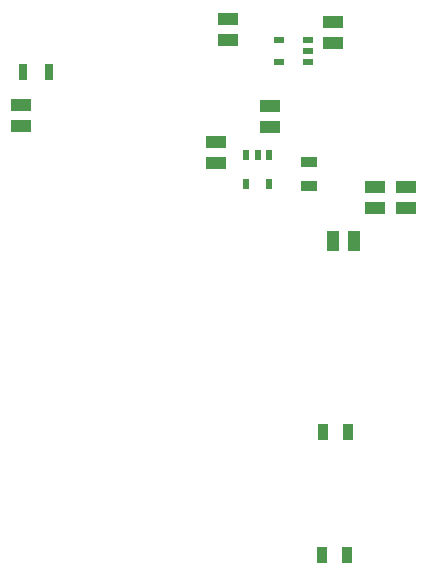
<source format=gbp>
%FSLAX25Y25*%
%MOIN*%
G70*
G01*
G75*
G04 Layer_Color=128*
%ADD10C,0.01969*%
%ADD11C,0.01000*%
%ADD12R,0.05512X0.03543*%
%ADD13R,0.03543X0.05512*%
%ADD14R,0.04016X0.07008*%
%ADD15R,0.06693X0.03150*%
%ADD16R,0.02756X0.03543*%
%ADD17R,0.05512X0.03150*%
%ADD18O,0.03740X0.00906*%
%ADD19R,0.03740X0.00906*%
%ADD20R,0.00906X0.03740*%
%ADD21R,0.09843X0.09843*%
%ADD22R,0.02756X0.02165*%
%ADD23R,0.12795X0.05118*%
%ADD24R,0.07087X0.01772*%
%ADD25R,0.05709X0.07874*%
%ADD26R,0.03543X0.02756*%
%ADD27R,0.04724X0.04331*%
%ADD28O,0.01181X0.06890*%
%ADD29O,0.06890X0.01181*%
G04:AMPARAMS|DCode=30|XSize=60mil|YSize=40mil|CornerRadius=19.8mil|HoleSize=0mil|Usage=FLASHONLY|Rotation=270.000|XOffset=0mil|YOffset=0mil|HoleType=Round|Shape=RoundedRectangle|*
%AMROUNDEDRECTD30*
21,1,0.06000,0.00040,0,0,270.0*
21,1,0.02040,0.04000,0,0,270.0*
1,1,0.03960,-0.00020,-0.01020*
1,1,0.03960,-0.00020,0.01020*
1,1,0.03960,0.00020,0.01020*
1,1,0.03960,0.00020,-0.01020*
%
%ADD30ROUNDEDRECTD30*%
G04:AMPARAMS|DCode=31|XSize=60mil|YSize=40mil|CornerRadius=19.8mil|HoleSize=0mil|Usage=FLASHONLY|Rotation=180.000|XOffset=0mil|YOffset=0mil|HoleType=Round|Shape=RoundedRectangle|*
%AMROUNDEDRECTD31*
21,1,0.06000,0.00040,0,0,180.0*
21,1,0.02040,0.04000,0,0,180.0*
1,1,0.03960,-0.01020,0.00020*
1,1,0.03960,0.01020,0.00020*
1,1,0.03960,0.01020,-0.00020*
1,1,0.03960,-0.01020,-0.00020*
%
%ADD31ROUNDEDRECTD31*%
%ADD32C,0.00787*%
%ADD33C,0.01500*%
%ADD34C,0.05906*%
%ADD35R,0.05906X0.05906*%
%ADD36C,0.20000*%
%ADD37C,0.20031*%
%ADD38O,0.04724X0.03150*%
%ADD39O,0.05118X0.03150*%
%ADD40C,0.05118*%
%ADD41C,0.09843*%
%ADD42C,0.06693*%
%ADD43R,0.05906X0.05906*%
%ADD44C,0.05000*%
%ADD45C,0.01969*%
%ADD46C,0.04000*%
%ADD47C,0.07543*%
%ADD48C,0.15799*%
%ADD49O,0.08331X0.06756*%
%ADD50O,0.08724X0.06756*%
%ADD51C,0.06756*%
%ADD52C,0.10299*%
%ADD53C,0.08724*%
%ADD54R,0.02362X0.03740*%
%ADD55R,0.07008X0.04016*%
%ADD56R,0.03150X0.05512*%
%ADD57R,0.03740X0.02362*%
%ADD58C,0.00984*%
%ADD59C,0.02362*%
%ADD60C,0.02000*%
%ADD61C,0.00197*%
%ADD62C,0.00394*%
%ADD63C,0.00591*%
%ADD64C,0.01600*%
%ADD65C,0.00500*%
%ADD66R,0.06312X0.04343*%
%ADD67R,0.04343X0.06312*%
%ADD68R,0.04816X0.07808*%
%ADD69R,0.07493X0.03950*%
%ADD70R,0.03556X0.04343*%
%ADD71R,0.06312X0.03950*%
%ADD72O,0.04540X0.01706*%
%ADD73R,0.04540X0.01706*%
%ADD74R,0.01706X0.04540*%
%ADD75R,0.10642X0.10642*%
%ADD76R,0.03556X0.02965*%
%ADD77R,0.13595X0.05918*%
%ADD78R,0.07887X0.02572*%
%ADD79R,0.06509X0.08674*%
%ADD80R,0.04343X0.03556*%
%ADD81R,0.05524X0.05131*%
%ADD82O,0.01981X0.07690*%
%ADD83O,0.07690X0.01981*%
G04:AMPARAMS|DCode=84|XSize=68mil|YSize=48mil|CornerRadius=23.8mil|HoleSize=0mil|Usage=FLASHONLY|Rotation=270.000|XOffset=0mil|YOffset=0mil|HoleType=Round|Shape=RoundedRectangle|*
%AMROUNDEDRECTD84*
21,1,0.06800,0.00040,0,0,270.0*
21,1,0.02040,0.04800,0,0,270.0*
1,1,0.04760,-0.00020,-0.01020*
1,1,0.04760,-0.00020,0.01020*
1,1,0.04760,0.00020,0.01020*
1,1,0.04760,0.00020,-0.01020*
%
%ADD84ROUNDEDRECTD84*%
G04:AMPARAMS|DCode=85|XSize=68mil|YSize=48mil|CornerRadius=23.8mil|HoleSize=0mil|Usage=FLASHONLY|Rotation=180.000|XOffset=0mil|YOffset=0mil|HoleType=Round|Shape=RoundedRectangle|*
%AMROUNDEDRECTD85*
21,1,0.06800,0.00040,0,0,180.0*
21,1,0.02040,0.04800,0,0,180.0*
1,1,0.04760,-0.01020,0.00020*
1,1,0.04760,0.01020,0.00020*
1,1,0.04760,0.01020,-0.00020*
1,1,0.04760,-0.01020,-0.00020*
%
%ADD85ROUNDEDRECTD85*%
%ADD86C,0.06706*%
%ADD87R,0.06706X0.06706*%
%ADD88C,0.20800*%
%ADD89C,0.20832*%
%ADD90O,0.05524X0.03950*%
%ADD91O,0.05918X0.03950*%
%ADD92C,0.05918*%
%ADD93C,0.10642*%
%ADD94C,0.07493*%
%ADD95R,0.06706X0.06706*%
%ADD96C,0.05800*%
%ADD97C,0.02769*%
%ADD98R,0.03162X0.04540*%
%ADD99R,0.07808X0.04816*%
%ADD100R,0.03950X0.06312*%
%ADD101R,0.04540X0.03162*%
D12*
X448500Y542134D02*
D03*
Y533866D02*
D03*
D13*
X461634Y452000D02*
D03*
X453366D02*
D03*
X452866Y411000D02*
D03*
X461134D02*
D03*
D14*
X456496Y515500D02*
D03*
X463504D02*
D03*
D54*
X427760Y534677D02*
D03*
X435240D02*
D03*
Y544323D02*
D03*
X431500D02*
D03*
X427760D02*
D03*
D55*
X470500Y526496D02*
D03*
Y533504D02*
D03*
X435500Y560504D02*
D03*
Y553496D02*
D03*
X417500Y541496D02*
D03*
Y548504D02*
D03*
X421500Y589504D02*
D03*
Y582496D02*
D03*
X481000Y533504D02*
D03*
Y526496D02*
D03*
X456500Y588504D02*
D03*
Y581496D02*
D03*
X352500Y553996D02*
D03*
Y561004D02*
D03*
D56*
X361831Y572000D02*
D03*
X353169D02*
D03*
D57*
X438677Y582740D02*
D03*
Y575260D02*
D03*
X448323D02*
D03*
Y579000D02*
D03*
Y582740D02*
D03*
M02*

</source>
